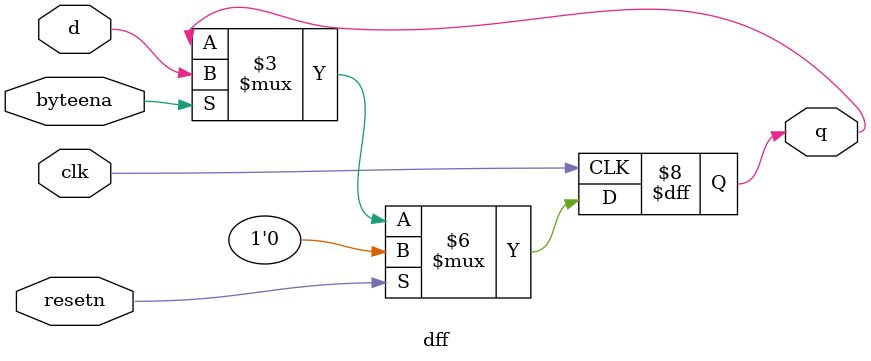
<source format=v>
/*
Create 16 D flip-flops. 
It's sometimes useful to only modify parts of a group of flip-flops. 
The byte-enable inputs control whether each byte of the 16 registers should be written to on that cycle. 
byteena[1] controls the upper byte d[15:8], while byteena[0] controls the lower byte d[7:0].

resetn is a synchronous, active-low reset.

All DFFs should be triggered by the positive edge of clk.
*/


module top_module (
    input clk,
    input resetn,
    input [1:0] byteena,
    input [15:0] d,
    output [15:0] q
);

    dff dffs [15 : 0] (
        .clk({16{clk}}),

        .resetn({16{resetn}}),

        .byteena({ {8{byteena[1]}}, {8{byteena[0]}} }),

        .d(d),

        .q(q)
    );

endmodule


module dff (input clk,
    input resetn,
    input byteena,
    input d,
    output q
);

    always @(posedge clk) begin
        if (resetn) begin
            q <= 1'b0;
        end
        else begin
            if (byteena) begin
                q <= d;
            end
            else begin
                q <= q;
            end
        end
    end

endmodule

</source>
